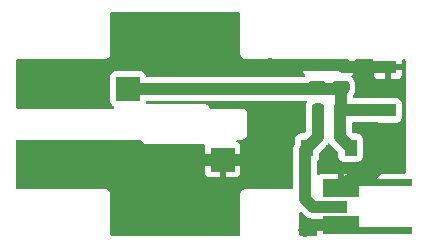
<source format=gbr>
%TF.GenerationSoftware,KiCad,Pcbnew,(6.0.0)*%
%TF.CreationDate,2022-03-29T22:28:20-07:00*%
%TF.ProjectId,probe,70726f62-652e-46b6-9963-61645f706362,rev?*%
%TF.SameCoordinates,Original*%
%TF.FileFunction,Copper,L1,Top*%
%TF.FilePolarity,Positive*%
%FSLAX46Y46*%
G04 Gerber Fmt 4.6, Leading zero omitted, Abs format (unit mm)*
G04 Created by KiCad (PCBNEW (6.0.0)) date 2022-03-29 22:28:20*
%MOMM*%
%LPD*%
G01*
G04 APERTURE LIST*
G04 Aperture macros list*
%AMRoundRect*
0 Rectangle with rounded corners*
0 $1 Rounding radius*
0 $2 $3 $4 $5 $6 $7 $8 $9 X,Y pos of 4 corners*
0 Add a 4 corners polygon primitive as box body*
4,1,4,$2,$3,$4,$5,$6,$7,$8,$9,$2,$3,0*
0 Add four circle primitives for the rounded corners*
1,1,$1+$1,$2,$3*
1,1,$1+$1,$4,$5*
1,1,$1+$1,$6,$7*
1,1,$1+$1,$8,$9*
0 Add four rect primitives between the rounded corners*
20,1,$1+$1,$2,$3,$4,$5,0*
20,1,$1+$1,$4,$5,$6,$7,0*
20,1,$1+$1,$6,$7,$8,$9,0*
20,1,$1+$1,$8,$9,$2,$3,0*%
%AMFreePoly0*
4,1,7,1.500000,-0.740000,-1.500000,-0.740000,-1.500000,0.190000,-6.000000,0.190000,-6.000000,0.740000,1.500000,0.740000,1.500000,-0.740000,1.500000,-0.740000,$1*%
%AMFreePoly1*
4,1,7,1.500000,-0.740000,-6.000000,-0.740000,-6.000000,-0.190000,-1.500000,-0.190000,-1.500000,0.740000,1.500000,0.740000,1.500000,-0.740000,1.500000,-0.740000,$1*%
G04 Aperture macros list end*
%TA.AperFunction,SMDPad,CuDef*%
%ADD10R,2.000000X2.000000*%
%TD*%
%TA.AperFunction,SMDPad,CuDef*%
%ADD11R,2.100000X1.100000*%
%TD*%
%TA.AperFunction,SMDPad,CuDef*%
%ADD12FreePoly0,180.000000*%
%TD*%
%TA.AperFunction,SMDPad,CuDef*%
%ADD13FreePoly1,180.000000*%
%TD*%
%TA.AperFunction,SMDPad,CuDef*%
%ADD14R,1.075000X1.400000*%
%TD*%
%TA.AperFunction,SMDPad,CuDef*%
%ADD15R,1.400000X1.075000*%
%TD*%
%TA.AperFunction,SMDPad,CuDef*%
%ADD16RoundRect,0.250000X-0.475000X0.250000X-0.475000X-0.250000X0.475000X-0.250000X0.475000X0.250000X0*%
%TD*%
%TA.AperFunction,SMDPad,CuDef*%
%ADD17RoundRect,0.250000X-0.250000X-0.475000X0.250000X-0.475000X0.250000X0.475000X-0.250000X0.475000X0*%
%TD*%
%TA.AperFunction,ViaPad*%
%ADD18C,1.200000*%
%TD*%
%TA.AperFunction,Conductor*%
%ADD19C,1.000000*%
%TD*%
G04 APERTURE END LIST*
D10*
%TO.P,TP2,1,1*%
%TO.N,GND*%
X134000000Y-119000000D03*
%TD*%
%TO.P,TP1,1,1*%
%TO.N,Net-(C1-Pad2)*%
X126000000Y-113000000D03*
%TD*%
D11*
%TO.P,J1,1,In*%
%TO.N,Net-(C1-Pad1)*%
X143550000Y-123000000D03*
D12*
%TO.P,J1,2,Ext*%
%TO.N,GND*%
X144000000Y-124560000D03*
D13*
X144000000Y-121440000D03*
%TD*%
D14*
%TO.P,C2,1*%
%TO.N,Net-(C1-Pad1)*%
X141162500Y-118000000D03*
%TO.P,C2,2*%
%TO.N,Net-(C1-Pad2)*%
X144837500Y-118000000D03*
%TD*%
D15*
%TO.P,C5,1*%
%TO.N,GND*%
X148000000Y-111162500D03*
%TO.P,C5,2*%
%TO.N,Net-(C1-Pad2)*%
X148000000Y-114837500D03*
%TD*%
D16*
%TO.P,C3,1*%
%TO.N,GND*%
X144000000Y-111000000D03*
%TO.P,C3,2*%
%TO.N,Net-(C1-Pad2)*%
X144000000Y-112900000D03*
%TD*%
D17*
%TO.P,C1,1*%
%TO.N,Net-(C1-Pad1)*%
X142050000Y-115000000D03*
%TO.P,C1,2*%
%TO.N,Net-(C1-Pad2)*%
X143950000Y-115000000D03*
%TD*%
D16*
%TO.P,C4,1*%
%TO.N,GND*%
X142000000Y-111000000D03*
%TO.P,C4,2*%
%TO.N,Net-(C1-Pad2)*%
X142000000Y-112900000D03*
%TD*%
D18*
%TO.N,GND*%
X130000000Y-109000000D03*
X138000000Y-111000000D03*
X126000000Y-120000000D03*
X137000000Y-119000000D03*
X148000000Y-119000000D03*
X141000000Y-125000000D03*
%TD*%
D19*
%TO.N,GND*%
X142000000Y-111000000D02*
X138000000Y-111000000D01*
X134000000Y-119000000D02*
X127000000Y-119000000D01*
X127000000Y-119000000D02*
X126000000Y-120000000D01*
X134000000Y-119000000D02*
X137000000Y-119000000D01*
X146250020Y-120749980D02*
X148000000Y-119000000D01*
X144690020Y-120749980D02*
X146250020Y-120749980D01*
X144000000Y-121440000D02*
X144690020Y-120749980D01*
X141440000Y-124560000D02*
X141000000Y-125000000D01*
X144000000Y-124560000D02*
X141440000Y-124560000D01*
X148000000Y-111162500D02*
X144162500Y-111162500D01*
X144162500Y-111162500D02*
X144000000Y-111000000D01*
%TO.N,Net-(C1-Pad2)*%
X144112500Y-114837500D02*
X143950000Y-115000000D01*
X148000000Y-114837500D02*
X144112500Y-114837500D01*
%TO.N,Net-(C1-Pad1)*%
X141670978Y-123000000D02*
X143300000Y-123000000D01*
X141000000Y-118162500D02*
X141000000Y-122329022D01*
X141162500Y-118000000D02*
X141000000Y-118162500D01*
X141000000Y-122329022D02*
X141670978Y-123000000D01*
X142050000Y-117112500D02*
X141162500Y-118000000D01*
X142050000Y-115000000D02*
X142050000Y-117112500D01*
%TO.N,Net-(C1-Pad2)*%
X143950000Y-117112500D02*
X144837500Y-118000000D01*
X143950000Y-115000000D02*
X143950000Y-117112500D01*
X144000000Y-114950000D02*
X143950000Y-115000000D01*
X144000000Y-112900000D02*
X144000000Y-114950000D01*
X143900000Y-113000000D02*
X144000000Y-112900000D01*
X126000000Y-113000000D02*
X143900000Y-113000000D01*
%TO.N,GND*%
X142000000Y-111000000D02*
X144000000Y-111000000D01*
%TD*%
%TA.AperFunction,Conductor*%
%TO.N,GND*%
G36*
X141069761Y-114028502D02*
G01*
X141116254Y-114082158D01*
X141126358Y-114152432D01*
X141113230Y-114188654D01*
X141114820Y-114189395D01*
X141111725Y-114196032D01*
X141107885Y-114202262D01*
X141052203Y-114370139D01*
X141051503Y-114376975D01*
X141051502Y-114376978D01*
X141049736Y-114394214D01*
X141041500Y-114474600D01*
X141041500Y-116642576D01*
X141021498Y-116710697D01*
X141004595Y-116731671D01*
X140981671Y-116754595D01*
X140919359Y-116788621D01*
X140892576Y-116791500D01*
X140576866Y-116791500D01*
X140514684Y-116798255D01*
X140378295Y-116849385D01*
X140261739Y-116936739D01*
X140174385Y-117053295D01*
X140123255Y-117189684D01*
X140116500Y-117251866D01*
X140116500Y-117643745D01*
X140100915Y-117704446D01*
X140098961Y-117708000D01*
X140077878Y-117746351D01*
X140068567Y-117763287D01*
X140066955Y-117768369D01*
X140064438Y-117773063D01*
X140037238Y-117862031D01*
X140036918Y-117863059D01*
X140008765Y-117951806D01*
X140008171Y-117957102D01*
X140006613Y-117962198D01*
X140005990Y-117968334D01*
X139997218Y-118054687D01*
X139997089Y-118055893D01*
X139991500Y-118105727D01*
X139991500Y-118109254D01*
X139991445Y-118110239D01*
X139990998Y-118115919D01*
X139986626Y-118158962D01*
X139987206Y-118165093D01*
X139990941Y-118204609D01*
X139991500Y-118216467D01*
X139991500Y-121366000D01*
X139971498Y-121434121D01*
X139917842Y-121480614D01*
X139865500Y-121492000D01*
X136008702Y-121492000D01*
X136007932Y-121491998D01*
X136007078Y-121491993D01*
X135930348Y-121491524D01*
X135921719Y-121493990D01*
X135921714Y-121493991D01*
X135901952Y-121499639D01*
X135885191Y-121503217D01*
X135864848Y-121506130D01*
X135864838Y-121506133D01*
X135855955Y-121507405D01*
X135832605Y-121518021D01*
X135815093Y-121524464D01*
X135807057Y-121526761D01*
X135790435Y-121531512D01*
X135765452Y-121547274D01*
X135750386Y-121555404D01*
X135723490Y-121567633D01*
X135704061Y-121584374D01*
X135689053Y-121595479D01*
X135667369Y-121609160D01*
X135661427Y-121615888D01*
X135647819Y-121631296D01*
X135635627Y-121643340D01*
X135613253Y-121662619D01*
X135608374Y-121670147D01*
X135608371Y-121670150D01*
X135599304Y-121684139D01*
X135588014Y-121699013D01*
X135571044Y-121718228D01*
X135567229Y-121726354D01*
X135567228Y-121726355D01*
X135564737Y-121731661D01*
X135558490Y-121744966D01*
X135550176Y-121759935D01*
X135534107Y-121784727D01*
X135531535Y-121793327D01*
X135526761Y-121809290D01*
X135520099Y-121826736D01*
X135509201Y-121849948D01*
X135504658Y-121879128D01*
X135500874Y-121895849D01*
X135494986Y-121915536D01*
X135494985Y-121915539D01*
X135492413Y-121924141D01*
X135492358Y-121933116D01*
X135492358Y-121933117D01*
X135492203Y-121958546D01*
X135492170Y-121959328D01*
X135492000Y-121960423D01*
X135492000Y-121991298D01*
X135491998Y-121992068D01*
X135491524Y-122069652D01*
X135491908Y-122070996D01*
X135492000Y-122072341D01*
X135492000Y-125366000D01*
X135471998Y-125434121D01*
X135418342Y-125480614D01*
X135366000Y-125492000D01*
X124634000Y-125492000D01*
X124565879Y-125471998D01*
X124519386Y-125418342D01*
X124508000Y-125366000D01*
X124508000Y-122008702D01*
X124508002Y-122007932D01*
X124508304Y-121958546D01*
X124508476Y-121930348D01*
X124506010Y-121921719D01*
X124506009Y-121921714D01*
X124500361Y-121901952D01*
X124496783Y-121885191D01*
X124493870Y-121864848D01*
X124493867Y-121864838D01*
X124492595Y-121855955D01*
X124481979Y-121832605D01*
X124475536Y-121815093D01*
X124470954Y-121799063D01*
X124468488Y-121790435D01*
X124452726Y-121765452D01*
X124444596Y-121750386D01*
X124432367Y-121723490D01*
X124415626Y-121704061D01*
X124404521Y-121689053D01*
X124400459Y-121682614D01*
X124390840Y-121667369D01*
X124368703Y-121647818D01*
X124356659Y-121635626D01*
X124343239Y-121620051D01*
X124343237Y-121620050D01*
X124337381Y-121613253D01*
X124329853Y-121608374D01*
X124329850Y-121608371D01*
X124315861Y-121599304D01*
X124300987Y-121588014D01*
X124288502Y-121576988D01*
X124281772Y-121571044D01*
X124273646Y-121567229D01*
X124273645Y-121567228D01*
X124267979Y-121564568D01*
X124255034Y-121558490D01*
X124240065Y-121550176D01*
X124215273Y-121534107D01*
X124190709Y-121526761D01*
X124173264Y-121520099D01*
X124168827Y-121518016D01*
X124150052Y-121509201D01*
X124120870Y-121504657D01*
X124104151Y-121500874D01*
X124084464Y-121494986D01*
X124084461Y-121494985D01*
X124075859Y-121492413D01*
X124066884Y-121492358D01*
X124066883Y-121492358D01*
X124060190Y-121492317D01*
X124041444Y-121492203D01*
X124040672Y-121492170D01*
X124039577Y-121492000D01*
X124008702Y-121492000D01*
X124007932Y-121491998D01*
X123934284Y-121491548D01*
X123934283Y-121491548D01*
X123930348Y-121491524D01*
X123929004Y-121491908D01*
X123927659Y-121492000D01*
X116634000Y-121492000D01*
X116565879Y-121471998D01*
X116519386Y-121418342D01*
X116508000Y-121366000D01*
X116508000Y-120044669D01*
X132492001Y-120044669D01*
X132492371Y-120051490D01*
X132497895Y-120102352D01*
X132501521Y-120117604D01*
X132546676Y-120238054D01*
X132555214Y-120253649D01*
X132631715Y-120355724D01*
X132644276Y-120368285D01*
X132746351Y-120444786D01*
X132761946Y-120453324D01*
X132882394Y-120498478D01*
X132897649Y-120502105D01*
X132948514Y-120507631D01*
X132955328Y-120508000D01*
X133727885Y-120508000D01*
X133743124Y-120503525D01*
X133744329Y-120502135D01*
X133746000Y-120494452D01*
X133746000Y-120489884D01*
X134254000Y-120489884D01*
X134258475Y-120505123D01*
X134259865Y-120506328D01*
X134267548Y-120507999D01*
X135044669Y-120507999D01*
X135051490Y-120507629D01*
X135102352Y-120502105D01*
X135117604Y-120498479D01*
X135238054Y-120453324D01*
X135253649Y-120444786D01*
X135355724Y-120368285D01*
X135368285Y-120355724D01*
X135444786Y-120253649D01*
X135453324Y-120238054D01*
X135498478Y-120117606D01*
X135502105Y-120102351D01*
X135507631Y-120051486D01*
X135508000Y-120044672D01*
X135508000Y-119272115D01*
X135503525Y-119256876D01*
X135502135Y-119255671D01*
X135494452Y-119254000D01*
X134272115Y-119254000D01*
X134256876Y-119258475D01*
X134255671Y-119259865D01*
X134254000Y-119267548D01*
X134254000Y-120489884D01*
X133746000Y-120489884D01*
X133746000Y-119272115D01*
X133741525Y-119256876D01*
X133740135Y-119255671D01*
X133732452Y-119254000D01*
X132510116Y-119254000D01*
X132494877Y-119258475D01*
X132493672Y-119259865D01*
X132492001Y-119267548D01*
X132492001Y-120044669D01*
X116508000Y-120044669D01*
X116508000Y-117434000D01*
X116528002Y-117365879D01*
X116581658Y-117319386D01*
X116634000Y-117308000D01*
X127007450Y-117308000D01*
X127075571Y-117328002D01*
X127122064Y-117381658D01*
X127128599Y-117399374D01*
X127129046Y-117400939D01*
X127129047Y-117400942D01*
X127131512Y-117409565D01*
X127147274Y-117434548D01*
X127155404Y-117449614D01*
X127167633Y-117476510D01*
X127184374Y-117495939D01*
X127195479Y-117510947D01*
X127209160Y-117532631D01*
X127215888Y-117538573D01*
X127231296Y-117552181D01*
X127243340Y-117564373D01*
X127262619Y-117586747D01*
X127270147Y-117591626D01*
X127270150Y-117591629D01*
X127284139Y-117600696D01*
X127299013Y-117611986D01*
X127318228Y-117628956D01*
X127326354Y-117632771D01*
X127326355Y-117632772D01*
X127332021Y-117635432D01*
X127344966Y-117641510D01*
X127359935Y-117649824D01*
X127384727Y-117665893D01*
X127393327Y-117668465D01*
X127409290Y-117673239D01*
X127426736Y-117679901D01*
X127449948Y-117690799D01*
X127479130Y-117695343D01*
X127495849Y-117699126D01*
X127515536Y-117705014D01*
X127515539Y-117705015D01*
X127524141Y-117707587D01*
X127533116Y-117707642D01*
X127533117Y-117707642D01*
X127539810Y-117707683D01*
X127558556Y-117707797D01*
X127559328Y-117707830D01*
X127560423Y-117708000D01*
X127591298Y-117708000D01*
X127592068Y-117708002D01*
X127665716Y-117708452D01*
X127665717Y-117708452D01*
X127669652Y-117708476D01*
X127670996Y-117708092D01*
X127672341Y-117708000D01*
X132385101Y-117708000D01*
X132453222Y-117728002D01*
X132499715Y-117781658D01*
X132509819Y-117851932D01*
X132503082Y-117878231D01*
X132501523Y-117882391D01*
X132497895Y-117897649D01*
X132492369Y-117948514D01*
X132492000Y-117955328D01*
X132492000Y-118727885D01*
X132496475Y-118743124D01*
X132497865Y-118744329D01*
X132505548Y-118746000D01*
X135489884Y-118746000D01*
X135505123Y-118741525D01*
X135506328Y-118740135D01*
X135507999Y-118732452D01*
X135507999Y-117955331D01*
X135507629Y-117948510D01*
X135502105Y-117897648D01*
X135498479Y-117882396D01*
X135453324Y-117761946D01*
X135444786Y-117746351D01*
X135368285Y-117644276D01*
X135355724Y-117631715D01*
X135253646Y-117555212D01*
X135234117Y-117544520D01*
X135183971Y-117494261D01*
X135168957Y-117424870D01*
X135193843Y-117358378D01*
X135250726Y-117315895D01*
X135294626Y-117308000D01*
X135591298Y-117308000D01*
X135592069Y-117308002D01*
X135669652Y-117308476D01*
X135678281Y-117306010D01*
X135678286Y-117306009D01*
X135698048Y-117300361D01*
X135714809Y-117296783D01*
X135735152Y-117293870D01*
X135735162Y-117293867D01*
X135744045Y-117292595D01*
X135767395Y-117281979D01*
X135784907Y-117275536D01*
X135800937Y-117270954D01*
X135809565Y-117268488D01*
X135834548Y-117252726D01*
X135849614Y-117244596D01*
X135876510Y-117232367D01*
X135895939Y-117215626D01*
X135910947Y-117204521D01*
X135925039Y-117195630D01*
X135932631Y-117190840D01*
X135952182Y-117168703D01*
X135964374Y-117156659D01*
X135979949Y-117143239D01*
X135979950Y-117143237D01*
X135986747Y-117137381D01*
X135991626Y-117129853D01*
X135991629Y-117129850D01*
X136000696Y-117115861D01*
X136011986Y-117100987D01*
X136023012Y-117088502D01*
X136028956Y-117081772D01*
X136041510Y-117055034D01*
X136049824Y-117040065D01*
X136065893Y-117015273D01*
X136073239Y-116990709D01*
X136079901Y-116973264D01*
X136086983Y-116958179D01*
X136090799Y-116950052D01*
X136095343Y-116920870D01*
X136099126Y-116904151D01*
X136105014Y-116884464D01*
X136105015Y-116884461D01*
X136107587Y-116875859D01*
X136107797Y-116841444D01*
X136107830Y-116840672D01*
X136108000Y-116839577D01*
X136108000Y-116808702D01*
X136108002Y-116807932D01*
X136108452Y-116734284D01*
X136108452Y-116734283D01*
X136108476Y-116730348D01*
X136108092Y-116729004D01*
X136108000Y-116727659D01*
X136108000Y-115208702D01*
X136108002Y-115207932D01*
X136108421Y-115139322D01*
X136108476Y-115130348D01*
X136106010Y-115121719D01*
X136106009Y-115121714D01*
X136100361Y-115101952D01*
X136096783Y-115085191D01*
X136093870Y-115064848D01*
X136093867Y-115064838D01*
X136092595Y-115055955D01*
X136081979Y-115032605D01*
X136075536Y-115015093D01*
X136070954Y-114999063D01*
X136068488Y-114990435D01*
X136052726Y-114965452D01*
X136044596Y-114950386D01*
X136032367Y-114923490D01*
X136015626Y-114904061D01*
X136004521Y-114889053D01*
X135995630Y-114874961D01*
X135990840Y-114867369D01*
X135968703Y-114847818D01*
X135956659Y-114835626D01*
X135943239Y-114820051D01*
X135943237Y-114820050D01*
X135937381Y-114813253D01*
X135929853Y-114808374D01*
X135929850Y-114808371D01*
X135915861Y-114799304D01*
X135900987Y-114788014D01*
X135888502Y-114776988D01*
X135881772Y-114771044D01*
X135873646Y-114767229D01*
X135873645Y-114767228D01*
X135867979Y-114764568D01*
X135855034Y-114758490D01*
X135840065Y-114750176D01*
X135815273Y-114734107D01*
X135790709Y-114726761D01*
X135773264Y-114720099D01*
X135750052Y-114709201D01*
X135720870Y-114704657D01*
X135704151Y-114700874D01*
X135684464Y-114694986D01*
X135684461Y-114694985D01*
X135675859Y-114692413D01*
X135666884Y-114692358D01*
X135666883Y-114692358D01*
X135660190Y-114692317D01*
X135641444Y-114692203D01*
X135640672Y-114692170D01*
X135639577Y-114692000D01*
X135608702Y-114692000D01*
X135607932Y-114691998D01*
X135534284Y-114691548D01*
X135534283Y-114691548D01*
X135530348Y-114691524D01*
X135529004Y-114691908D01*
X135527659Y-114692000D01*
X132992550Y-114692000D01*
X132924429Y-114671998D01*
X132877936Y-114618342D01*
X132871401Y-114600626D01*
X132870954Y-114599061D01*
X132870953Y-114599058D01*
X132868488Y-114590435D01*
X132852726Y-114565452D01*
X132844596Y-114550386D01*
X132832367Y-114523490D01*
X132815626Y-114504061D01*
X132804521Y-114489053D01*
X132795630Y-114474961D01*
X132790840Y-114467369D01*
X132768703Y-114447818D01*
X132756659Y-114435626D01*
X132743239Y-114420051D01*
X132743237Y-114420050D01*
X132737381Y-114413253D01*
X132729853Y-114408374D01*
X132729850Y-114408371D01*
X132715861Y-114399304D01*
X132700987Y-114388014D01*
X132688502Y-114376988D01*
X132681772Y-114371044D01*
X132673646Y-114367229D01*
X132673645Y-114367228D01*
X132665195Y-114363261D01*
X132655034Y-114358490D01*
X132640065Y-114350176D01*
X132615273Y-114334107D01*
X132590709Y-114326761D01*
X132573264Y-114320099D01*
X132550052Y-114309201D01*
X132520870Y-114304657D01*
X132504151Y-114300874D01*
X132484464Y-114294986D01*
X132484461Y-114294985D01*
X132475859Y-114292413D01*
X132466884Y-114292358D01*
X132466883Y-114292358D01*
X132460190Y-114292317D01*
X132441444Y-114292203D01*
X132440672Y-114292170D01*
X132439577Y-114292000D01*
X132408702Y-114292000D01*
X132407932Y-114291998D01*
X132334284Y-114291548D01*
X132334283Y-114291548D01*
X132330348Y-114291524D01*
X132329004Y-114291908D01*
X132327659Y-114292000D01*
X127615433Y-114292000D01*
X127547312Y-114271998D01*
X127500819Y-114218342D01*
X127490715Y-114148068D01*
X127497451Y-114121770D01*
X127498972Y-114117714D01*
X127498973Y-114117711D01*
X127501745Y-114110316D01*
X127502372Y-114104547D01*
X127537126Y-114043709D01*
X127600081Y-114010887D01*
X127624493Y-114008500D01*
X141001640Y-114008500D01*
X141069761Y-114028502D01*
G37*
%TD.AperFunction*%
%TA.AperFunction,Conductor*%
G36*
X140716512Y-123472223D02*
G01*
X140723095Y-123478352D01*
X140914127Y-123669384D01*
X140923229Y-123679527D01*
X140946946Y-123709025D01*
X140951674Y-123712992D01*
X140985399Y-123741291D01*
X140989047Y-123744472D01*
X140990859Y-123746115D01*
X140993053Y-123748309D01*
X141026327Y-123775642D01*
X141027125Y-123776304D01*
X141098452Y-123836154D01*
X141103122Y-123838722D01*
X141107239Y-123842103D01*
X141165123Y-123873140D01*
X141189064Y-123885977D01*
X141190223Y-123886606D01*
X141266359Y-123928462D01*
X141266367Y-123928465D01*
X141271765Y-123931433D01*
X141276847Y-123933045D01*
X141281541Y-123935562D01*
X141370509Y-123962762D01*
X141371537Y-123963082D01*
X141460284Y-123991235D01*
X141465580Y-123991829D01*
X141470676Y-123993387D01*
X141563235Y-124002790D01*
X141564371Y-124002911D01*
X141597986Y-124006681D01*
X141610708Y-124008108D01*
X141610712Y-124008108D01*
X141614205Y-124008500D01*
X141617732Y-124008500D01*
X141618717Y-124008555D01*
X141624397Y-124009002D01*
X141653803Y-124011989D01*
X141661315Y-124012752D01*
X141661317Y-124012752D01*
X141667440Y-124013374D01*
X141713086Y-124009059D01*
X141724945Y-124008500D01*
X141860776Y-124008500D01*
X141928897Y-124028502D01*
X141975390Y-124082158D01*
X141986776Y-124134500D01*
X141986776Y-124287885D01*
X141991251Y-124303124D01*
X141992641Y-124304329D01*
X142000324Y-124306000D01*
X144128000Y-124306000D01*
X144196121Y-124326002D01*
X144242614Y-124379658D01*
X144254000Y-124432000D01*
X144254000Y-124688000D01*
X144233998Y-124756121D01*
X144180342Y-124802614D01*
X144128000Y-124814000D01*
X142004891Y-124814000D01*
X141989652Y-124818475D01*
X141988447Y-124819865D01*
X141986776Y-124827548D01*
X141986776Y-125297743D01*
X141986937Y-125302248D01*
X141990854Y-125357010D01*
X141975763Y-125426384D01*
X141925561Y-125476587D01*
X141865175Y-125492000D01*
X140634000Y-125492000D01*
X140565879Y-125471998D01*
X140519386Y-125418342D01*
X140508000Y-125366000D01*
X140508000Y-123567447D01*
X140528002Y-123499326D01*
X140581658Y-123452833D01*
X140651932Y-123442729D01*
X140716512Y-123472223D01*
G37*
%TD.AperFunction*%
%TA.AperFunction,Conductor*%
G36*
X135434121Y-106528002D02*
G01*
X135480614Y-106581658D01*
X135492000Y-106634000D01*
X135492000Y-109991298D01*
X135491998Y-109992068D01*
X135491524Y-110069652D01*
X135493990Y-110078281D01*
X135493991Y-110078286D01*
X135499639Y-110098048D01*
X135503217Y-110114809D01*
X135506130Y-110135152D01*
X135506133Y-110135162D01*
X135507405Y-110144045D01*
X135518021Y-110167395D01*
X135524464Y-110184907D01*
X135531512Y-110209565D01*
X135547274Y-110234548D01*
X135555404Y-110249614D01*
X135567633Y-110276510D01*
X135584374Y-110295939D01*
X135595479Y-110310947D01*
X135609160Y-110332631D01*
X135615888Y-110338573D01*
X135631296Y-110352181D01*
X135643340Y-110364373D01*
X135662619Y-110386747D01*
X135670147Y-110391626D01*
X135670150Y-110391629D01*
X135684139Y-110400696D01*
X135699013Y-110411986D01*
X135718228Y-110428956D01*
X135726354Y-110432771D01*
X135726355Y-110432772D01*
X135732021Y-110435432D01*
X135744966Y-110441510D01*
X135759935Y-110449824D01*
X135784727Y-110465893D01*
X135801650Y-110470954D01*
X135809290Y-110473239D01*
X135826736Y-110479901D01*
X135849948Y-110490799D01*
X135879130Y-110495343D01*
X135895849Y-110499126D01*
X135915536Y-110505014D01*
X135915539Y-110505015D01*
X135924141Y-110507587D01*
X135933116Y-110507642D01*
X135933117Y-110507642D01*
X135939810Y-110507683D01*
X135958556Y-110507797D01*
X135959328Y-110507830D01*
X135960423Y-110508000D01*
X135991298Y-110508000D01*
X135992068Y-110508002D01*
X136065716Y-110508452D01*
X136065717Y-110508452D01*
X136069652Y-110508476D01*
X136070996Y-110508092D01*
X136072341Y-110508000D01*
X140647065Y-110508000D01*
X140715186Y-110528002D01*
X140761679Y-110581658D01*
X140772409Y-110646842D01*
X140767328Y-110696438D01*
X140767000Y-110702855D01*
X140767000Y-110727885D01*
X140771475Y-110743124D01*
X140772865Y-110744329D01*
X140780548Y-110746000D01*
X145214884Y-110746000D01*
X145230123Y-110741525D01*
X145231328Y-110740135D01*
X145232999Y-110732452D01*
X145232999Y-110702905D01*
X145232662Y-110696386D01*
X145227538Y-110647003D01*
X145240403Y-110577182D01*
X145288974Y-110525400D01*
X145352865Y-110508000D01*
X146666000Y-110508000D01*
X146734121Y-110528002D01*
X146780614Y-110581658D01*
X146792000Y-110634000D01*
X146792000Y-110890385D01*
X146796475Y-110905624D01*
X146797865Y-110906829D01*
X146805548Y-110908500D01*
X149189884Y-110908500D01*
X149205123Y-110904025D01*
X149206328Y-110902635D01*
X149207999Y-110894952D01*
X149207999Y-110634000D01*
X149228001Y-110565879D01*
X149281657Y-110519386D01*
X149333999Y-110508000D01*
X149366000Y-110508000D01*
X149434121Y-110528002D01*
X149480614Y-110581658D01*
X149492000Y-110634000D01*
X149492000Y-120060776D01*
X149471998Y-120128897D01*
X149418342Y-120175390D01*
X149366000Y-120186776D01*
X144272115Y-120186776D01*
X144256876Y-120191251D01*
X144255671Y-120192641D01*
X144254000Y-120200324D01*
X144254000Y-121568000D01*
X144233998Y-121636121D01*
X144180342Y-121682614D01*
X144128000Y-121694000D01*
X143872000Y-121694000D01*
X143803879Y-121673998D01*
X143757386Y-121620342D01*
X143746000Y-121568000D01*
X143746000Y-120204891D01*
X143741525Y-120189652D01*
X143740135Y-120188447D01*
X143732452Y-120186776D01*
X142502257Y-120186776D01*
X142497750Y-120186937D01*
X142433700Y-120191518D01*
X142420478Y-120193904D01*
X142295445Y-120230616D01*
X142279219Y-120238026D01*
X142202621Y-120287253D01*
X142134500Y-120307255D01*
X142066379Y-120287253D01*
X142019886Y-120233597D01*
X142008500Y-120181255D01*
X142008500Y-119167329D01*
X142028502Y-119099208D01*
X142050407Y-119075668D01*
X142049731Y-119074992D01*
X142056081Y-119068642D01*
X142063261Y-119063261D01*
X142150615Y-118946705D01*
X142201745Y-118810316D01*
X142208500Y-118748134D01*
X142208500Y-118432425D01*
X142228502Y-118364304D01*
X142245405Y-118343330D01*
X142719384Y-117869351D01*
X142729527Y-117860249D01*
X142754218Y-117840397D01*
X142759025Y-117836532D01*
X142791315Y-117798050D01*
X142794467Y-117794438D01*
X142796123Y-117792612D01*
X142798310Y-117790425D01*
X142802378Y-117785473D01*
X142825576Y-117757232D01*
X142826418Y-117756217D01*
X142834669Y-117746384D01*
X142886154Y-117685026D01*
X142888723Y-117680353D01*
X142892103Y-117676238D01*
X142895015Y-117670808D01*
X142895281Y-117670410D01*
X142949795Y-117624927D01*
X143020246Y-117616137D01*
X143084264Y-117646831D01*
X143099621Y-117664805D01*
X143100103Y-117664420D01*
X143100578Y-117665015D01*
X143104095Y-117669837D01*
X143105934Y-117673296D01*
X143164755Y-117745418D01*
X143165446Y-117746274D01*
X143196738Y-117785473D01*
X143199242Y-117787977D01*
X143199884Y-117788695D01*
X143203585Y-117793028D01*
X143230935Y-117826562D01*
X143235682Y-117830489D01*
X143235684Y-117830491D01*
X143266262Y-117855787D01*
X143275042Y-117863777D01*
X143754595Y-118343330D01*
X143788621Y-118405642D01*
X143791500Y-118432425D01*
X143791500Y-118748134D01*
X143798255Y-118810316D01*
X143849385Y-118946705D01*
X143936739Y-119063261D01*
X144053295Y-119150615D01*
X144189684Y-119201745D01*
X144251866Y-119208500D01*
X145423134Y-119208500D01*
X145485316Y-119201745D01*
X145621705Y-119150615D01*
X145738261Y-119063261D01*
X145825615Y-118946705D01*
X145876745Y-118810316D01*
X145883500Y-118748134D01*
X145883500Y-117251866D01*
X145876745Y-117189684D01*
X145825615Y-117053295D01*
X145738261Y-116936739D01*
X145621705Y-116849385D01*
X145485316Y-116798255D01*
X145423134Y-116791500D01*
X145107424Y-116791500D01*
X145039303Y-116771498D01*
X145018329Y-116754595D01*
X144995405Y-116731671D01*
X144961379Y-116669359D01*
X144958500Y-116642576D01*
X144958500Y-115972000D01*
X144978502Y-115903879D01*
X145032158Y-115857386D01*
X145084500Y-115846000D01*
X147084830Y-115846000D01*
X147129060Y-115854018D01*
X147189684Y-115876745D01*
X147251866Y-115883500D01*
X148748134Y-115883500D01*
X148810316Y-115876745D01*
X148946705Y-115825615D01*
X149063261Y-115738261D01*
X149150615Y-115621705D01*
X149201745Y-115485316D01*
X149208500Y-115423134D01*
X149208500Y-114251866D01*
X149201745Y-114189684D01*
X149150615Y-114053295D01*
X149063261Y-113936739D01*
X148946705Y-113849385D01*
X148810316Y-113798255D01*
X148748134Y-113791500D01*
X147251866Y-113791500D01*
X147189684Y-113798255D01*
X147129060Y-113820982D01*
X147084830Y-113829000D01*
X145170839Y-113829000D01*
X145102718Y-113808998D01*
X145056225Y-113755342D01*
X145046121Y-113685068D01*
X145071394Y-113626219D01*
X145074305Y-113623303D01*
X145167115Y-113472738D01*
X145222797Y-113304861D01*
X145233500Y-113200400D01*
X145233500Y-112599600D01*
X145222526Y-112493834D01*
X145166550Y-112326054D01*
X145073478Y-112175652D01*
X144948303Y-112050695D01*
X144943765Y-112047898D01*
X144903176Y-111990647D01*
X144899946Y-111919724D01*
X144935572Y-111858313D01*
X144944068Y-111850938D01*
X144954207Y-111842902D01*
X145052270Y-111744669D01*
X146792001Y-111744669D01*
X146792371Y-111751490D01*
X146797895Y-111802352D01*
X146801521Y-111817604D01*
X146846676Y-111938054D01*
X146855214Y-111953649D01*
X146931715Y-112055724D01*
X146944276Y-112068285D01*
X147046351Y-112144786D01*
X147061946Y-112153324D01*
X147182394Y-112198478D01*
X147197649Y-112202105D01*
X147248514Y-112207631D01*
X147255328Y-112208000D01*
X147727885Y-112208000D01*
X147743124Y-112203525D01*
X147744329Y-112202135D01*
X147746000Y-112194452D01*
X147746000Y-112189884D01*
X148254000Y-112189884D01*
X148258475Y-112205123D01*
X148259865Y-112206328D01*
X148267548Y-112207999D01*
X148744669Y-112207999D01*
X148751490Y-112207629D01*
X148802352Y-112202105D01*
X148817604Y-112198479D01*
X148938054Y-112153324D01*
X148953649Y-112144786D01*
X149055724Y-112068285D01*
X149068285Y-112055724D01*
X149144786Y-111953649D01*
X149153324Y-111938054D01*
X149198478Y-111817606D01*
X149202105Y-111802351D01*
X149207631Y-111751486D01*
X149208000Y-111744672D01*
X149208000Y-111434615D01*
X149203525Y-111419376D01*
X149202135Y-111418171D01*
X149194452Y-111416500D01*
X148272115Y-111416500D01*
X148256876Y-111420975D01*
X148255671Y-111422365D01*
X148254000Y-111430048D01*
X148254000Y-112189884D01*
X147746000Y-112189884D01*
X147746000Y-111434615D01*
X147741525Y-111419376D01*
X147740135Y-111418171D01*
X147732452Y-111416500D01*
X146810116Y-111416500D01*
X146794877Y-111420975D01*
X146793672Y-111422365D01*
X146792001Y-111430048D01*
X146792001Y-111744669D01*
X145052270Y-111744669D01*
X145068739Y-111728171D01*
X145077751Y-111716760D01*
X145162816Y-111578757D01*
X145168963Y-111565576D01*
X145220138Y-111411290D01*
X145223005Y-111397914D01*
X145232672Y-111303562D01*
X145233000Y-111297146D01*
X145233000Y-111272115D01*
X145228525Y-111256876D01*
X145227135Y-111255671D01*
X145219452Y-111254000D01*
X140785116Y-111254000D01*
X140769877Y-111258475D01*
X140768672Y-111259865D01*
X140767001Y-111267548D01*
X140767001Y-111297095D01*
X140767338Y-111303614D01*
X140777257Y-111399206D01*
X140780149Y-111412600D01*
X140831588Y-111566784D01*
X140837761Y-111579962D01*
X140923063Y-111717807D01*
X140932099Y-111729208D01*
X140979300Y-111776327D01*
X141013379Y-111838610D01*
X141008376Y-111909430D01*
X140965879Y-111966303D01*
X140899380Y-111991171D01*
X140890282Y-111991500D01*
X127624493Y-111991500D01*
X127556372Y-111971498D01*
X127509879Y-111917842D01*
X127502457Y-111896237D01*
X127501745Y-111889684D01*
X127498972Y-111882285D01*
X127453767Y-111761703D01*
X127450615Y-111753295D01*
X127363261Y-111636739D01*
X127246705Y-111549385D01*
X127110316Y-111498255D01*
X127048134Y-111491500D01*
X124951866Y-111491500D01*
X124889684Y-111498255D01*
X124753295Y-111549385D01*
X124636739Y-111636739D01*
X124549385Y-111753295D01*
X124498255Y-111889684D01*
X124491500Y-111951866D01*
X124491500Y-114048134D01*
X124498255Y-114110316D01*
X124549385Y-114246705D01*
X124636739Y-114363261D01*
X124643919Y-114368642D01*
X124741978Y-114442133D01*
X124753295Y-114450615D01*
X124761700Y-114453766D01*
X124764831Y-114455480D01*
X124814977Y-114505738D01*
X124829991Y-114575129D01*
X124805106Y-114641622D01*
X124748222Y-114684105D01*
X124704322Y-114692000D01*
X116634000Y-114692000D01*
X116565879Y-114671998D01*
X116519386Y-114618342D01*
X116508000Y-114566000D01*
X116508000Y-110634000D01*
X116528002Y-110565879D01*
X116581658Y-110519386D01*
X116634000Y-110508000D01*
X123991298Y-110508000D01*
X123992069Y-110508002D01*
X124069652Y-110508476D01*
X124078281Y-110506010D01*
X124078286Y-110506009D01*
X124098048Y-110500361D01*
X124114809Y-110496783D01*
X124135152Y-110493870D01*
X124135162Y-110493867D01*
X124144045Y-110492595D01*
X124167395Y-110481979D01*
X124184907Y-110475536D01*
X124200937Y-110470954D01*
X124209565Y-110468488D01*
X124234548Y-110452726D01*
X124249614Y-110444596D01*
X124276510Y-110432367D01*
X124295939Y-110415626D01*
X124310947Y-110404521D01*
X124325039Y-110395630D01*
X124332631Y-110390840D01*
X124352182Y-110368703D01*
X124364374Y-110356659D01*
X124379949Y-110343239D01*
X124379950Y-110343237D01*
X124386747Y-110337381D01*
X124391626Y-110329853D01*
X124391629Y-110329850D01*
X124400696Y-110315861D01*
X124411986Y-110300987D01*
X124423012Y-110288502D01*
X124428956Y-110281772D01*
X124441510Y-110255034D01*
X124449824Y-110240065D01*
X124465893Y-110215273D01*
X124473239Y-110190709D01*
X124479901Y-110173264D01*
X124486983Y-110158179D01*
X124490799Y-110150052D01*
X124495343Y-110120870D01*
X124499126Y-110104151D01*
X124505014Y-110084464D01*
X124505015Y-110084461D01*
X124507587Y-110075859D01*
X124507797Y-110041444D01*
X124507830Y-110040672D01*
X124508000Y-110039577D01*
X124508000Y-110008702D01*
X124508002Y-110007932D01*
X124508452Y-109934284D01*
X124508452Y-109934283D01*
X124508476Y-109930348D01*
X124508092Y-109929004D01*
X124508000Y-109927659D01*
X124508000Y-106634000D01*
X124528002Y-106565879D01*
X124581658Y-106519386D01*
X124634000Y-106508000D01*
X135366000Y-106508000D01*
X135434121Y-106528002D01*
G37*
%TD.AperFunction*%
%TD*%
M02*

</source>
